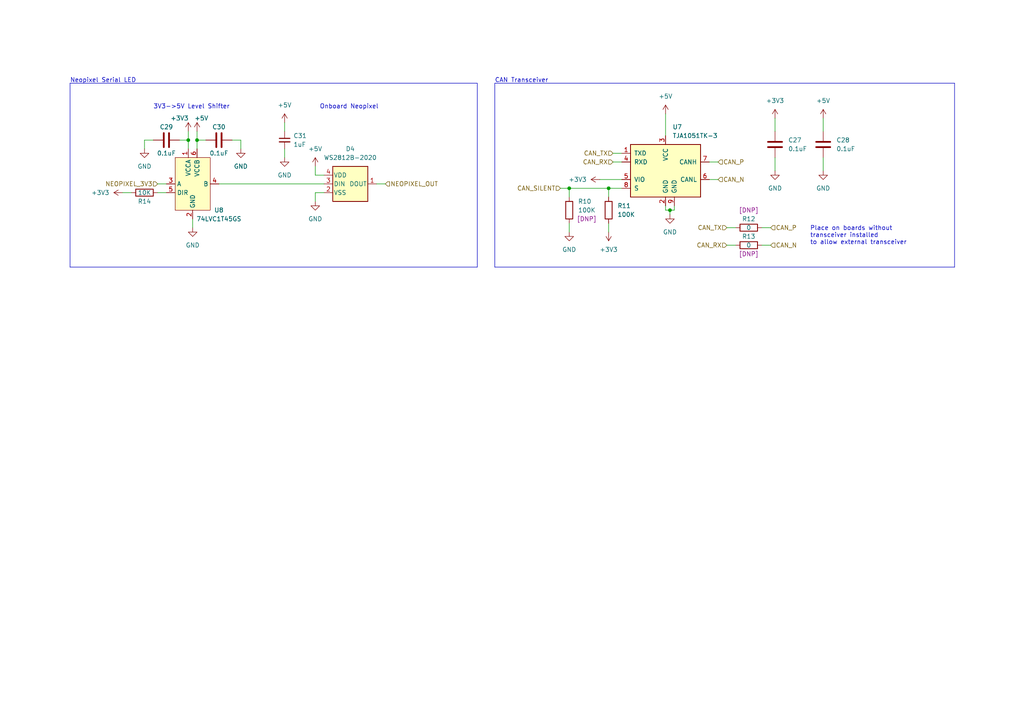
<source format=kicad_sch>
(kicad_sch (version 20230121) (generator eeschema)
  (paper "A4")
  (lib_symbols
    (symbol "74LVC1T45:74LVC1T45GS"
      (property "Reference" "U" (at 6.35 -7.62 0))
      (property "Value" "74LVC1T45GS" (at 7.62 -10.16 0))
      (symbol "74LVC1T45GS_0_1"
        (rectangle (start -5.08 7.62) (end 5.08 -7.62) (fill (type background)))
      )
      (symbol "74LVC1T45GS_1_1"
        (pin power_in line (at -1.27 10.16 270) (length 2.54) (name "VCCA") (number "1"))
        (pin power_in line (at 0 -10.16 90) (length 2.54) (name "GND") (number "2"))
        (pin bidirectional line (at -7.62 0 0) (length 2.54) (name "A") (number "3"))
        (pin bidirectional line (at 7.62 0 180) (length 2.54) (name "B") (number "4"))
        (pin input line (at -7.62 -2.54 0) (length 2.54) (name "DIR") (number "5"))
        (pin power_in line (at 1.27 10.16 270) (length 2.54) (name "VCCB") (number "6"))
      )
    )
    (symbol "Device:C" (pin_numbers hide) (pin_names (offset 0.254))
      (property "Reference" "C" (at 0.635 2.54 0))
      (property "Value" "C" (at 0.635 -2.54 0))
      (symbol "C_0_1"
        (polyline (pts (xy -2.032 -0.762) (xy 2.032 -0.762)) (stroke (width 0.508)))
        (polyline (pts (xy -2.032 0.762) (xy 2.032 0.762)) (stroke (width 0.508)))
      )
      (symbol "C_1_1"
        (pin passive line (at 0 3.81 270) (length 2.794) (name "~") (number "1"))
        (pin passive line (at 0 -3.81 90) (length 2.794) (name "~") (number "2"))
      )
    )
    (symbol "Device:C_Small" (pin_numbers hide) (pin_names (offset 0.254) hide)
      (property "Reference" "C" (at 0.254 1.778 0))
      (property "Value" "C_Small" (at 0.254 -2.032 0))
      (symbol "C_Small_0_1"
        (polyline (pts (xy -1.524 -0.508) (xy 1.524 -0.508)) (stroke (width 0.3302)))
        (polyline (pts (xy -1.524 0.508) (xy 1.524 0.508)) (stroke (width 0.3048)))
      )
      (symbol "C_Small_1_1"
        (pin passive line (at 0 2.54 270) (length 2.032) (name "~") (number "1"))
        (pin passive line (at 0 -2.54 90) (length 2.032) (name "~") (number "2"))
      )
    )
    (symbol "Device:R" (pin_numbers hide) (pin_names (offset 0))
      (property "Reference" "R" (at 2.032 0 90))
      (property "Value" "R" (at 0 0 90))
      (symbol "R_0_1"
        (rectangle (start -1.016 -2.54) (end 1.016 2.54) (stroke (width 0.254)))
      )
      (symbol "R_1_1"
        (pin passive line (at 0 3.81 270) (length 1.27) (name "~") (number "1"))
        (pin passive line (at 0 -3.81 90) (length 1.27) (name "~") (number "2"))
      )
    )
    (symbol "Interface_CAN_LIN:TJA1051TK-3" (pin_names (offset 1.016))
      (property "Reference" "U" (at -10.16 8.89 0))
      (property "Value" "TJA1051TK-3" (at 1.27 8.89 0))
      (symbol "TJA1051TK-3_0_1"
        (rectangle (start -10.16 7.62) (end 10.16 -7.62) (stroke (width 0.254)) (fill (type background)))
      )
      (symbol "TJA1051TK-3_1_1"
        (pin input line (at -12.7 5.08 0) (length 2.54) (name "TXD") (number "1"))
        (pin power_in line (at 0 -10.16 90) (length 2.54) (name "GND") (number "2"))
        (pin power_in line (at 0 10.16 270) (length 2.54) (name "VCC") (number "3"))
        (pin output line (at -12.7 2.54 0) (length 2.54) (name "RXD") (number "4"))
        (pin power_in line (at -12.7 -2.54 0) (length 2.54) (name "VIO") (number "5"))
        (pin bidirectional line (at 12.7 -2.54 180) (length 2.54) (name "CANL") (number "6"))
        (pin bidirectional line (at 12.7 2.54 180) (length 2.54) (name "CANH") (number "7"))
        (pin input line (at -12.7 -5.08 0) (length 2.54) (name "S") (number "8"))
        (pin power_in line (at 2.54 -10.16 90) (length 2.54) (name "GND") (number "9"))
      )
    )
    (symbol "LED_Extra:WS2812B-2020" (pin_names (offset 0.254))
      (property "Reference" "D" (at 5.08 5.715 0))
      (property "Value" "WS2812B-2020" (at 1.27 -5.715 0))
      (symbol "WS2812B-2020_0_1"
        (rectangle (start -5.08 5.08) (end 5.08 -5.08) (stroke (width 0.254)) (fill (type background)))
      )
      (symbol "WS2812B-2020_1_1"
        (pin output line (at 7.62 0 180) (length 2.54) (name "DOUT") (number "1"))
        (pin power_in line (at -7.62 -2.54 0) (length 2.54) (name "VSS") (number "2"))
        (pin input line (at -7.62 0 0) (length 2.54) (name "DIN") (number "3"))
        (pin power_in line (at -7.62 2.54 0) (length 2.54) (name "VDD") (number "4"))
      )
    )
    (symbol "power:+3V3" (power) (pin_names (offset 0))
      (property "Value" "+3V3" (at 0 3.556 0))
      (symbol "+3V3_0_1"
        (polyline (pts (xy -0.762 1.27) (xy 0 2.54)))
        (polyline (pts (xy 0 0) (xy 0 2.54)))
        (polyline (pts (xy 0 2.54) (xy 0.762 1.27)))
      )
      (symbol "+3V3_1_1"
        (pin power_in line (at 0 0 90) (length 0) hide (name "+3V3") (number "1"))
      )
    )
    (symbol "power:+5V" (power) (pin_names (offset 0))
      (property "Value" "+5V" (at 0 3.556 0))
      (symbol "+5V_0_1"
        (polyline (pts (xy -0.762 1.27) (xy 0 2.54)))
        (polyline (pts (xy 0 0) (xy 0 2.54)))
        (polyline (pts (xy 0 2.54) (xy 0.762 1.27)))
      )
      (symbol "+5V_1_1"
        (pin power_in line (at 0 0 90) (length 0) hide (name "+5V") (number "1"))
      )
    )
    (symbol "power:GND" (power) (pin_names (offset 0))
      (property "Value" "GND" (at 0 -3.81 0))
      (symbol "GND_0_1"
        (polyline (pts (xy 0 0) (xy 0 -1.27) (xy 1.27 -1.27) (xy 0 -2.54) (xy -1.27 -1.27) (xy 0 -1.27)))
      )
      (symbol "GND_1_1"
        (pin power_in line (at 0 0 270) (length 0) hide (name "GND") (number "1"))
      )
    )
  )
  (junction (at 54.61 40.64))
  (junction (at 194.31 60.96))
  (junction (at 176.53 54.61))
  (junction (at 165.1 54.61))
  (junction (at 57.15 40.64))
  (wire (pts (xy 176.53 54.61) (xy 180.34 54.61)))
  (wire (pts (xy 205.74 46.99) (xy 208.28 46.99)))
  (wire (pts (xy 205.74 52.07) (xy 208.28 52.07)))
  (wire (pts (xy 165.1 64.77) (xy 165.1 67.31)))
  (wire (pts (xy 210.82 66.04) (xy 213.36 66.04)))
  (wire (pts (xy 91.44 50.8) (xy 93.98 50.8)))
  (wire (pts (xy 224.79 45.72) (xy 224.79 49.53)))
  (wire (pts (xy 173.99 52.07) (xy 180.34 52.07)))
  (wire (pts (xy 63.5 53.34) (xy 93.98 53.34)))
  (wire (pts (xy 69.85 43.18) (xy 69.85 40.64)))
  (wire (pts (xy 45.72 53.34) (xy 48.26 53.34)))
  (wire (pts (xy 82.55 35.56) (xy 82.55 38.1)))
  (polyline (pts (xy 138.43 77.47) (xy 20.32 77.47)))
  (wire (pts (xy 165.1 54.61) (xy 165.1 57.15)))
  (wire (pts (xy 54.61 40.64) (xy 52.07 40.64)))
  (wire (pts (xy 82.55 43.18) (xy 82.55 45.72)))
  (wire (pts (xy 176.53 64.77) (xy 176.53 67.31)))
  (wire (pts (xy 193.04 59.69) (xy 193.04 60.96)))
  (wire (pts (xy 193.04 33.02) (xy 193.04 39.37)))
  (wire (pts (xy 224.79 34.29) (xy 224.79 38.1)))
  (wire (pts (xy 54.61 40.64) (xy 54.61 43.18)))
  (wire (pts (xy 210.82 71.12) (xy 213.36 71.12)))
  (wire (pts (xy 35.56 55.88) (xy 38.1 55.88)))
  (wire (pts (xy 165.1 54.61) (xy 176.53 54.61)))
  (wire (pts (xy 91.44 58.42) (xy 91.44 55.88)))
  (polyline (pts (xy 147.32 24.13) (xy 276.86 24.13)))
  (polyline (pts (xy 20.32 24.13) (xy 138.43 24.13)))
  (polyline (pts (xy 143.51 24.13) (xy 147.32 24.13)))
  (wire (pts (xy 220.98 66.04) (xy 223.52 66.04)))
  (wire (pts (xy 194.31 60.96) (xy 194.31 62.23)))
  (wire (pts (xy 195.58 59.69) (xy 195.58 60.96)))
  (wire (pts (xy 55.88 63.5) (xy 55.88 66.04)))
  (polyline (pts (xy 276.86 77.47) (xy 143.51 77.47)))
  (wire (pts (xy 238.76 34.29) (xy 238.76 38.1)))
  (wire (pts (xy 220.98 71.12) (xy 223.52 71.12)))
  (wire (pts (xy 176.53 54.61) (xy 176.53 57.15)))
  (polyline (pts (xy 276.86 24.13) (xy 276.86 77.47)))
  (wire (pts (xy 57.15 40.64) (xy 59.69 40.64)))
  (polyline (pts (xy 20.32 24.13) (xy 20.32 77.47)))
  (wire (pts (xy 193.04 60.96) (xy 194.31 60.96)))
  (wire (pts (xy 194.31 60.96) (xy 195.58 60.96)))
  (wire (pts (xy 91.44 55.88) (xy 93.98 55.88)))
  (wire (pts (xy 238.76 45.72) (xy 238.76 49.53)))
  (wire (pts (xy 54.61 38.1) (xy 54.61 40.64)))
  (wire (pts (xy 177.8 46.99) (xy 180.34 46.99)))
  (wire (pts (xy 41.91 43.18) (xy 41.91 40.64)))
  (polyline (pts (xy 138.43 24.13) (xy 138.43 77.47)))
  (wire (pts (xy 177.8 44.45) (xy 180.34 44.45)))
  (wire (pts (xy 57.15 38.1) (xy 57.15 40.64)))
  (polyline (pts (xy 143.51 77.47) (xy 143.51 24.13)))
  (wire (pts (xy 162.56 54.61) (xy 165.1 54.61)))
  (wire (pts (xy 57.15 40.64) (xy 57.15 43.18)))
  (wire (pts (xy 91.44 48.26) (xy 91.44 50.8)))
  (wire (pts (xy 69.85 40.64) (xy 67.31 40.64)))
  (wire (pts (xy 45.72 55.88) (xy 48.26 55.88)))
  (wire (pts (xy 109.22 53.34) (xy 111.76 53.34)))
  (wire (pts (xy 41.91 40.64) (xy 44.45 40.64)))
  (text "3V3->5V Level Shifter" (at 44.45 31.75 0) (effects (font (size 1.27 1.27)) (justify left bottom)))
  (text "Onboard Neopixel" (at 92.71 31.75 0) (effects (font (size 1.27 1.27)) (justify left bottom)))
  (text "Neopixel Serial LED" (at 20.32 24.13 0) (effects (font (size 1.27 1.27)) (justify left bottom)))
  (text "Place on boards without\ntransceiver installed\nto allow external transceiver" (at 234.95 71.12 0) (effects (font (size 1.27 1.27)) (justify left bottom)))
  (text "CAN Transceiver" (at 143.51 24.13 0) (effects (font (size 1.27 1.27)) (justify left bottom)))
  (hierarchical_label "CAN_SILENT" (shape input) (at 162.56 54.61 180))
  (hierarchical_label "CAN_TX" (shape input) (at 210.82 66.04 180))
  (hierarchical_label "CAN_P" (shape input) (at 223.52 66.04 0))
  (hierarchical_label "CAN_TX" (shape input) (at 177.8 44.45 180))
  (hierarchical_label "NEOPIXEL_OUT" (shape input) (at 111.76 53.34 0))
  (hierarchical_label "NEOPIXEL_3V3" (shape input) (at 45.72 53.34 180))
  (hierarchical_label "CAN_RX" (shape input) (at 210.82 71.12 180))
  (hierarchical_label "CAN_P" (shape input) (at 208.28 46.99 0))
  (hierarchical_label "CAN_N" (shape input) (at 208.28 52.07 0))
  (hierarchical_label "CAN_N" (shape input) (at 223.52 71.12 0))
  (hierarchical_label "CAN_RX" (shape input) (at 177.8 46.99 180))
  (symbol (lib_id "power:+3V3") (at 35.56 55.88 90) (unit 1)
    (property "Reference" "#PWR024" (effects hide))
    (property "Value" "+3V3" (at 31.75 55.8799 90) (effects (justify left)))
  )
  (symbol (lib_id "power:GND") (at 238.76 49.53 0) (unit 1)
    (property "Reference" "#PWR056" (effects hide))
    (property "Value" "GND" (at 238.76 54.61 0))
  )
  (symbol (lib_id "power:+5V") (at 82.55 35.56 0) (unit 1)
    (property "Reference" "#PWR043" (effects hide))
    (property "Value" "+5V" (at 82.55 30.48 0))
  )
  (symbol (lib_id "Device:R") (at 176.53 60.96 180) (unit 1)
    (property "Reference" "R11" (at 179.07 59.6899 0) (effects (justify right)))
    (property "Value" "100K" (at 179.07 62.2299 0) (effects (justify right)))
    (property "Footprint" "Resistor_SMD:R_0402_1005Metric" (effects hide))
  )
  (symbol (lib_id "Device:C") (at 224.79 41.91 0) (unit 1)
    (property "Reference" "C27" (at 228.6 40.6399 0) (effects (justify left)))
    (property "Value" "0.1uF" (at 228.6 43.1799 0) (effects (justify left)))
    (property "Footprint" "Capacitor_SMD:C_0201_0603Metric" (effects hide))
  )
  (symbol (lib_id "Device:C") (at 238.76 41.91 0) (unit 1)
    (property "Reference" "C28" (at 242.57 40.6399 0) (effects (justify left)))
    (property "Value" "0.1uF" (at 242.57 43.1799 0) (effects (justify left)))
    (property "Footprint" "Capacitor_SMD:C_0201_0603Metric" (effects hide))
  )
  (symbol (lib_id "Device:C") (at 48.26 40.64 90) (unit 1)
    (property "Reference" "C29" (at 48.26 36.83 90))
    (property "Value" "0.1uF" (at 48.26 44.45 90))
    (property "Footprint" "Capacitor_SMD:C_0201_0603Metric" (effects hide))
  )
  (symbol (lib_id "power:GND") (at 224.79 49.53 0) (unit 1)
    (property "Reference" "#PWR054" (effects hide))
    (property "Value" "GND" (at 224.79 54.61 0))
  )
  (symbol (lib_id "power:GND") (at 91.44 58.42 0) (unit 1)
    (property "Reference" "#PWR046" (effects hide))
    (property "Value" "GND" (at 91.44 63.5 0))
  )
  (symbol (lib_id "power:GND") (at 194.31 62.23 0) (unit 1)
    (property "Reference" "#PWR052" (effects hide))
    (property "Value" "GND" (at 194.31 67.31 0))
  )
  (symbol (lib_id "Device:C") (at 63.5 40.64 270) (mirror x) (unit 1)
    (property "Reference" "C30" (at 63.5 36.83 90))
    (property "Value" "0.1uF" (at 63.5 44.45 90))
    (property "Footprint" "Capacitor_SMD:C_0201_0603Metric" (effects hide))
  )
  (symbol (lib_id "power:GND") (at 165.1 67.31 0) (unit 1)
    (property "Reference" "#PWR047" (effects hide))
    (property "Value" "GND" (at 165.1 72.39 0))
  )
  (symbol (lib_id "power:+5V") (at 193.04 33.02 0) (unit 1)
    (property "Reference" "#PWR051" (effects hide))
    (property "Value" "+5V" (at 193.04 27.94 0))
  )
  (symbol (lib_id "power:GND") (at 69.85 43.18 0) (mirror y) (unit 1)
    (property "Reference" "#PWR042" (effects hide))
    (property "Value" "GND" (at 69.85 48.26 0))
  )
  (symbol (lib_id "power:+5V") (at 57.15 38.1 0) (unit 1)
    (property "Reference" "#PWR036" (effects hide))
    (property "Value" "+5V" (at 58.42 34.29 0))
  )
  (symbol (lib_id "Device:R") (at 217.17 66.04 90) (unit 1)
    (property "Reference" "R12" (at 217.17 63.5 90))
    (property "Value" "0" (at 217.17 66.04 90))
    (property "Footprint" "Resistor_SMD:R_0402_1005Metric" (effects hide))
    (property "DNP" "[DNP]" (at 217.17 60.96 90))
  )
  (symbol (lib_id "Device:R") (at 217.17 71.12 90) (unit 1)
    (property "Reference" "R13" (at 217.17 68.58 90))
    (property "Value" "0" (at 217.17 71.12 90))
    (property "Footprint" "Resistor_SMD:R_0402_1005Metric" (effects hide))
    (property "DNP" "[DNP]" (at 217.17 73.66 90))
  )
  (symbol (lib_id "Device:C_Small") (at 82.55 40.64 0) (unit 1)
    (property "Reference" "C31" (at 85.09 39.3762 0) (effects (justify left)))
    (property "Value" "1uF" (at 85.09 41.9162 0) (effects (justify left)))
    (property "Footprint" "Capacitor_SMD:C_0201_0603Metric" (effects hide))
  )
  (symbol (lib_id "power:GND") (at 55.88 66.04 0) (unit 1)
    (property "Reference" "#PWR033" (effects hide))
    (property "Value" "GND" (at 55.88 71.12 0))
  )
  (symbol (lib_id "power:+3V3") (at 54.61 38.1 0) (unit 1)
    (property "Reference" "#PWR026" (effects hide))
    (property "Value" "+3V3" (at 52.07 34.29 0))
  )
  (symbol (lib_id "power:+3V3") (at 173.99 52.07 90) (unit 1)
    (property "Reference" "#PWR048" (effects hide))
    (property "Value" "+3V3" (at 170.18 52.0699 90) (effects (justify left)))
  )
  (symbol (lib_id "power:+3V3") (at 224.79 34.29 0) (unit 1)
    (property "Reference" "#PWR053" (effects hide))
    (property "Value" "+3V3" (at 224.79 29.21 0))
  )
  (symbol (lib_id "74LVC1T45:74LVC1T45GS") (at 55.88 53.34 0) (unit 1)
    (property "Reference" "U8" (at 63.5 60.96 0))
    (property "Value" "74LVC1T45GS" (at 63.5 63.5 0))
    (property "Footprint" "74LVC1T45:PSON35P100X100X35-6N" (effects hide))
  )
  (symbol (lib_id "power:GND") (at 82.55 45.72 0) (unit 1)
    (property "Reference" "#PWR044" (effects hide))
    (property "Value" "GND" (at 82.55 50.8 0))
  )
  (symbol (lib_id "power:+5V") (at 238.76 34.29 0) (unit 1)
    (property "Reference" "#PWR055" (effects hide))
    (property "Value" "+5V" (at 238.76 29.21 0))
  )
  (symbol (lib_id "Device:R") (at 165.1 60.96 0) (unit 1)
    (property "Reference" "R10" (at 167.64 58.42 0) (effects (justify left)))
    (property "Value" "100K" (at 167.64 60.96 0) (effects (justify left)))
    (property "Footprint" "Resistor_SMD:R_0402_1005Metric" (effects hide))
    (property "DNP" "[DNP]" (at 170.18 63.5001 0))
  )
  (symbol (lib_id "LED_Extra:WS2812B-2020") (at 101.6 53.34 0) (unit 1)
    (property "Reference" "D4" (at 101.6 43.18 0))
    (property "Value" "WS2812B-2020" (at 101.6 45.72 0))
    (property "Footprint" "LED_SMD_Extra:WS2812B-2020" (effects hide))
    (property "Datasheet" "https://www.tme.eu/Document/4a8239e52df5e0b5cc2eb96834c5d8b6/WS2812B-2020.pdf" (effects hide))
  )
  (symbol (lib_id "power:+5V") (at 91.44 48.26 0) (unit 1)
    (property "Reference" "#PWR045" (effects hide))
    (property "Value" "+5V" (at 91.44 43.18 0))
  )
  (symbol (lib_id "Interface_CAN_LIN:TJA1051TK-3") (at 193.04 49.53 0) (unit 1)
    (property "Reference" "U7" (at 195.0594 36.83 0) (effects (justify left)))
    (property "Value" "TJA1051TK-3" (at 195.0594 39.37 0) (effects (justify left)))
    (property "Footprint" "Package_DFN_QFN:DFN-8-1EP_3x3mm_P0.65mm_EP1.55x2.4mm" (effects hide))
    (property "Datasheet" "http://www.nxp.com/documents/data_sheet/TJA1051.pdf" (effects hide))
  )
  (symbol (lib_id "Device:R") (at 41.91 55.88 90) (unit 1)
    (property "Reference" "R14" (at 41.91 58.42 90))
    (property "Value" "10K" (at 41.91 55.88 90))
    (property "Footprint" "Resistor_SMD:R_0402_1005Metric" (effects hide))
  )
  (symbol (lib_id "power:+3V3") (at 176.53 67.31 180) (unit 1)
    (property "Reference" "#PWR050" (effects hide))
    (property "Value" "+3V3" (at 176.53 72.39 0))
  )
  (symbol (lib_id "power:GND") (at 41.91 43.18 0) (unit 1)
    (property "Reference" "#PWR025" (effects hide))
    (property "Value" "GND" (at 41.91 48.26 0))
  )
)
</source>
